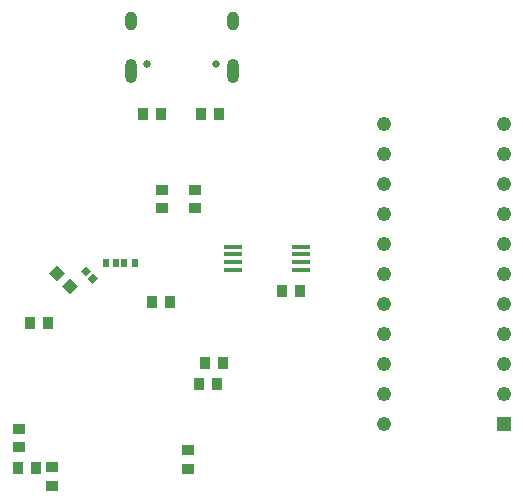
<source format=gbr>
%TF.GenerationSoftware,KiCad,Pcbnew,(5.1.8)-1*%
%TF.CreationDate,2021-05-09T22:55:32+08:00*%
%TF.ProjectId,ccd_with_stm32,6363645f-7769-4746-985f-73746d33322e,rev?*%
%TF.SameCoordinates,Original*%
%TF.FileFunction,Soldermask,Bot*%
%TF.FilePolarity,Negative*%
%FSLAX46Y46*%
G04 Gerber Fmt 4.6, Leading zero omitted, Abs format (unit mm)*
G04 Created by KiCad (PCBNEW (5.1.8)-1) date 2021-05-09 22:55:32*
%MOMM*%
%LPD*%
G01*
G04 APERTURE LIST*
%ADD10R,0.930000X0.980000*%
%ADD11O,1.000000X2.100000*%
%ADD12C,0.650000*%
%ADD13O,1.000000X1.600000*%
%ADD14R,1.570000X0.410000*%
%ADD15C,0.100000*%
%ADD16R,0.600000X0.650000*%
%ADD17R,1.220000X1.220000*%
%ADD18C,1.220000*%
%ADD19R,0.980000X0.930000*%
G04 APERTURE END LIST*
D10*
%TO.C,R24*%
X144340000Y-87150000D03*
X142800000Y-87150000D03*
%TD*%
%TO.C,R16*%
X139420000Y-87160000D03*
X137880000Y-87160000D03*
%TD*%
D11*
%TO.C,U3*%
X136860000Y-83520000D03*
X145500000Y-83520000D03*
D12*
X144070000Y-82990000D03*
D13*
X145500000Y-79340000D03*
D12*
X138290000Y-82990000D03*
D13*
X136860000Y-79340000D03*
%TD*%
D14*
%TO.C,U1*%
X145530000Y-100375000D03*
X145530000Y-99725000D03*
X145530000Y-99075000D03*
X145530000Y-98425000D03*
X151270000Y-98425000D03*
X151270000Y-99075000D03*
X151270000Y-99725000D03*
X151270000Y-100375000D03*
%TD*%
D15*
%TO.C,R22*%
G36*
X133258578Y-101118198D02*
G01*
X133718198Y-100658578D01*
X134142462Y-101082842D01*
X133682842Y-101542462D01*
X133258578Y-101118198D01*
G37*
G36*
X132657538Y-100517158D02*
G01*
X133117158Y-100057538D01*
X133541422Y-100481802D01*
X133081802Y-100941422D01*
X132657538Y-100517158D01*
G37*
%TD*%
D16*
%TO.C,R19*%
X135625000Y-99800000D03*
X134775000Y-99800000D03*
%TD*%
%TO.C,R11*%
X136350000Y-99800000D03*
X137200000Y-99800000D03*
%TD*%
D10*
%TO.C,R5*%
X144190000Y-110080000D03*
X142650000Y-110080000D03*
%TD*%
D17*
%TO.C,IC1*%
X168460000Y-113440000D03*
D18*
X168460000Y-110900000D03*
X168460000Y-108360000D03*
X168460000Y-105820000D03*
X168460000Y-103280000D03*
X168460000Y-100740000D03*
X168460000Y-98200000D03*
X168460000Y-95660000D03*
X168460000Y-93120000D03*
X168460000Y-90580000D03*
X168460000Y-88040000D03*
X158300000Y-88040000D03*
X158300000Y-90580000D03*
X158300000Y-93120000D03*
X158300000Y-95660000D03*
X158300000Y-98200000D03*
X158300000Y-100740000D03*
X158300000Y-103280000D03*
X158300000Y-105820000D03*
X158300000Y-108360000D03*
X158300000Y-110900000D03*
X158300000Y-113440000D03*
%TD*%
D19*
%TO.C,C15*%
X127400000Y-113830000D03*
X127400000Y-115370000D03*
%TD*%
D10*
%TO.C,C14*%
X140200000Y-103090000D03*
X138660000Y-103090000D03*
%TD*%
%TO.C,C13*%
X144720000Y-108300000D03*
X143180000Y-108300000D03*
%TD*%
D15*
%TO.C,C12*%
G36*
X131069185Y-101762150D02*
G01*
X131762150Y-101069185D01*
X132419759Y-101726794D01*
X131726794Y-102419759D01*
X131069185Y-101762150D01*
G37*
G36*
X129980241Y-100673206D02*
G01*
X130673206Y-99980241D01*
X131330815Y-100637850D01*
X130637850Y-101330815D01*
X129980241Y-100673206D01*
G37*
%TD*%
D10*
%TO.C,C11*%
X128340000Y-104880000D03*
X129880000Y-104880000D03*
%TD*%
%TO.C,C7*%
X127330000Y-117130000D03*
X128870000Y-117130000D03*
%TD*%
D19*
%TO.C,C6*%
X141750000Y-117200000D03*
X141750000Y-115660000D03*
%TD*%
%TO.C,C5*%
X130240000Y-118640000D03*
X130240000Y-117100000D03*
%TD*%
%TO.C,C3*%
X139540000Y-93580000D03*
X139540000Y-95120000D03*
%TD*%
%TO.C,C2*%
X142340000Y-93580000D03*
X142340000Y-95120000D03*
%TD*%
D10*
%TO.C,C1*%
X149710000Y-102210000D03*
X151250000Y-102210000D03*
%TD*%
M02*

</source>
